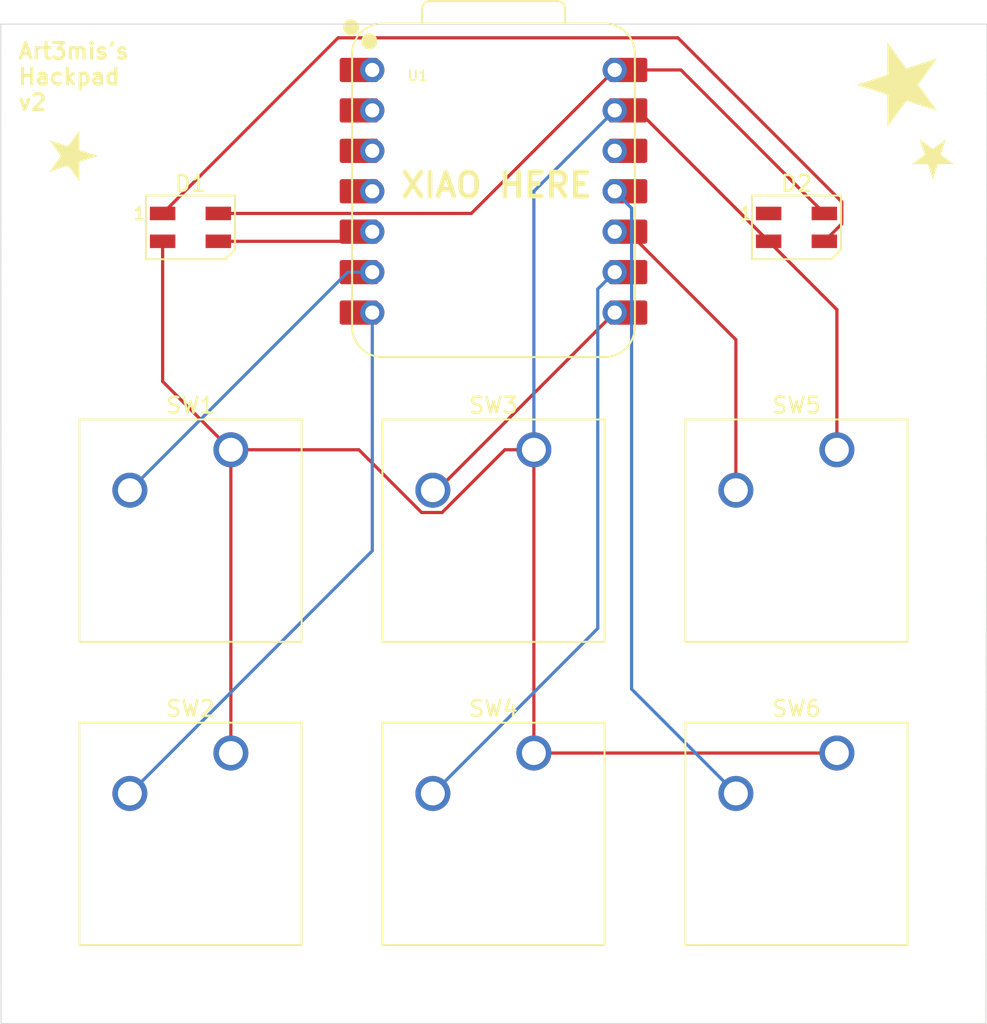
<source format=kicad_pcb>
(kicad_pcb (version 20241229) (generator "pcbnew") (generator_version "9.0")
  (layers (0 "F.Cu" signal) (2 "B.Cu" signal) (13 "F.Paste" user) (15 "B.Paste" user) (5 "F.SilkS" user "F.Silkscreen") (7 "B.SilkS" user "B.Silkscreen") (1 "F.Mask" user) (3 "B.Mask" user) (25 "Edge.Cuts" user))
  (net 0 "")
  (net 1 "GND")
  (net 2 "+5V")
  (net 3 "Net-(D1-DIN)")
  (net 4 "Net-(D1-DOUT)")
  (net 6 "Net-(U1-GPIO7{slash}SCL)")
  (net 7 "Net-(U1-GPIO0{slash}TX)")
  (net 8 "Net-(U1-GPIO1{slash}RX)")
  (net 9 "Net-(U1-GPIO2{slash}SCK)")
  (net 10 "Net-(U1-GPIO4{slash}MISO)")
  (net 11 "Net-(U1-GPIO3{slash}MOSI)")
  (footprint "Button_Switch_Keyboard:SW_Cherry_MX_1.00u_PCB" (layer "F.Cu") (at 202.565 87.78875)
    (property "Reference" "SW6" (at -2.54 -2.794 0) (layer "F.SilkS"))
    (property "Value" "SW_Push")
    (fp_line (start -9.525 -1.905) (end 4.445 -1.905) (stroke (width 0.12)) (layer "F.SilkS"))
    (fp_line (start -9.525 12.065) (end -9.525 -1.905) (stroke (width 0.12)) (layer "F.SilkS"))
    (fp_line (start 4.445 -1.905) (end 4.445 12.065) (stroke (width 0.12)) (layer "F.SilkS"))
    (fp_line (start 4.445 12.065) (end -9.525 12.065) (stroke (width 0.12)) (layer "F.SilkS"))
    (pad "" np_thru_hole circle (at -7.62 5.08) (size 1.7 1.7) (drill 1.7) (layers "*.Cu" "*.Mask"))
    (pad "" np_thru_hole circle (at -2.54 5.08) (size 4 4) (drill 4) (layers "*.Cu" "*.Mask"))
    (pad "" np_thru_hole circle (at 2.54 5.08) (size 1.7 1.7) (drill 1.7) (layers "*.Cu" "*.Mask"))
    (pad "1" thru_hole circle (at 0 0) (size 2.2 2.2) (drill 1.5) (layers "*.Cu" "*.Mask") (net 1 "GND"))
    (pad "2" thru_hole circle (at -6.35 2.54) (size 2.2 2.2) (drill 1.5) (layers "*.Cu" "*.Mask") (net 11 "Net-(U1-GPIO3{slash}MOSI)"))
  )
  (footprint "LED_SMD:LED_SK6812MINI_PLCC4_3.5x3.5mm_P1.75mm" (layer "F.Cu") (at 200.025 54.76875)
    (property "Reference" "D2" (at 0 -2.75 0) (layer "F.SilkS"))
    (property "Value" "SK6812MINI")
    (fp_line (start -2.8 -2) (end -2.8 2) (stroke (width 0.12)) (layer "F.SilkS"))
    (fp_line (start -2.8 -2) (end 2.8 -2) (stroke (width 0.12)) (layer "F.SilkS"))
    (fp_line (start -2.8 2) (end 2.2 2) (stroke (width 0.12)) (layer "F.SilkS"))
    (fp_line (start 2.8 1.4) (end 2.2 2) (stroke (width 0.12)) (layer "F.SilkS"))
    (fp_line (start 2.8 1.4) (end 2.8 -2) (stroke (width 0.12)) (layer "F.SilkS"))
    (fp_text user "1" (at -3.2 -0.875 0) (layer "F.SilkS") (effects (font (size 0.8 0.8))))
    (pad "1" smd rect (at -1.75 -0.875) (size 1.6 0.85) (layers "F.Cu" "F.Mask" "F.Paste"))
    (pad "2" smd rect (at -1.75 0.875) (size 1.6 0.85) (layers "F.Cu" "F.Mask" "F.Paste") (net 1 "GND"))
    (pad "3" smd rect (at 1.75 0.875) (size 1.6 0.85) (layers "F.Cu" "F.Mask" "F.Paste") (net 4 "Net-(D1-DOUT)"))
    (pad "4" smd rect (at 1.75 -0.875) (size 1.6 0.85) (layers "F.Cu" "F.Mask" "F.Paste") (net 2 "+5V"))
  )
  (footprint "Button_Switch_Keyboard:SW_Cherry_MX_1.00u_PCB" (layer "F.Cu") (at 183.515 87.78875)
    (property "Reference" "SW4" (at -2.54 -2.794 0) (layer "F.SilkS"))
    (property "Value" "SW_Push")
    (fp_line (start -9.525 -1.905) (end 4.445 -1.905) (stroke (width 0.12)) (layer "F.SilkS"))
    (fp_line (start -9.525 12.065) (end -9.525 -1.905) (stroke (width 0.12)) (layer "F.SilkS"))
    (fp_line (start 4.445 -1.905) (end 4.445 12.065) (stroke (width 0.12)) (layer "F.SilkS"))
    (fp_line (start 4.445 12.065) (end -9.525 12.065) (stroke (width 0.12)) (layer "F.SilkS"))
    (pad "" np_thru_hole circle (at -7.62 5.08) (size 1.7 1.7) (drill 1.7) (layers "*.Cu" "*.Mask"))
    (pad "" np_thru_hole circle (at -2.54 5.08) (size 4 4) (drill 4) (layers "*.Cu" "*.Mask"))
    (pad "" np_thru_hole circle (at 2.54 5.08) (size 1.7 1.7) (drill 1.7) (layers "*.Cu" "*.Mask"))
    (pad "1" thru_hole circle (at 0 0) (size 2.2 2.2) (drill 1.5) (layers "*.Cu" "*.Mask") (net 1 "GND"))
    (pad "2" thru_hole circle (at -6.35 2.54) (size 2.2 2.2) (drill 1.5) (layers "*.Cu" "*.Mask") (net 9 "Net-(U1-GPIO2{slash}SCK)"))
  )
  (footprint "Button_Switch_Keyboard:SW_Cherry_MX_1.00u_PCB" (layer "F.Cu") (at 164.465 68.73875)
    (property "Reference" "SW1" (at -2.54 -2.794 0) (layer "F.SilkS"))
    (property "Value" "SW_Push")
    (fp_line (start -9.525 -1.905) (end 4.445 -1.905) (stroke (width 0.12)) (layer "F.SilkS"))
    (fp_line (start -9.525 12.065) (end -9.525 -1.905) (stroke (width 0.12)) (layer "F.SilkS"))
    (fp_line (start 4.445 -1.905) (end 4.445 12.065) (stroke (width 0.12)) (layer "F.SilkS"))
    (fp_line (start 4.445 12.065) (end -9.525 12.065) (stroke (width 0.12)) (layer "F.SilkS"))
    (pad "" np_thru_hole circle (at -7.62 5.08) (size 1.7 1.7) (drill 1.7) (layers "*.Cu" "*.Mask"))
    (pad "" np_thru_hole circle (at -2.54 5.08) (size 4 4) (drill 4) (layers "*.Cu" "*.Mask"))
    (pad "" np_thru_hole circle (at 2.54 5.08) (size 1.7 1.7) (drill 1.7) (layers "*.Cu" "*.Mask"))
    (pad "1" thru_hole circle (at 0 0) (size 2.2 2.2) (drill 1.5) (layers "*.Cu" "*.Mask") (net 1 "GND"))
    (pad "2" thru_hole circle (at -6.35 2.54) (size 2.2 2.2) (drill 1.5) (layers "*.Cu" "*.Mask") (net 6 "Net-(U1-GPIO7{slash}SCL)"))
  )
  (footprint "Button_Switch_Keyboard:SW_Cherry_MX_1.00u_PCB" (layer "F.Cu") (at 202.565 68.73875)
    (property "Reference" "SW5" (at -2.54 -2.794 0) (layer "F.SilkS"))
    (property "Value" "SW_Push")
    (fp_line (start -9.525 -1.905) (end 4.445 -1.905) (stroke (width 0.12)) (layer "F.SilkS"))
    (fp_line (start -9.525 12.065) (end -9.525 -1.905) (stroke (width 0.12)) (layer "F.SilkS"))
    (fp_line (start 4.445 -1.905) (end 4.445 12.065) (stroke (width 0.12)) (layer "F.SilkS"))
    (fp_line (start 4.445 12.065) (end -9.525 12.065) (stroke (width 0.12)) (layer "F.SilkS"))
    (pad "" np_thru_hole circle (at -7.62 5.08) (size 1.7 1.7) (drill 1.7) (layers "*.Cu" "*.Mask"))
    (pad "" np_thru_hole circle (at -2.54 5.08) (size 4 4) (drill 4) (layers "*.Cu" "*.Mask"))
    (pad "" np_thru_hole circle (at 2.54 5.08) (size 1.7 1.7) (drill 1.7) (layers "*.Cu" "*.Mask"))
    (pad "1" thru_hole circle (at 0 0) (size 2.2 2.2) (drill 1.5) (layers "*.Cu" "*.Mask") (net 1 "GND"))
    (pad "2" thru_hole circle (at -6.35 2.54) (size 2.2 2.2) (drill 1.5) (layers "*.Cu" "*.Mask") (net 10 "Net-(U1-GPIO4{slash}MISO)"))
  )
  (footprint "Button_Switch_Keyboard:SW_Cherry_MX_1.00u_PCB" (layer "F.Cu") (at 164.465 87.78875)
    (property "Reference" "SW2" (at -2.54 -2.794 0) (layer "F.SilkS"))
    (property "Value" "SW_Push")
    (fp_line (start -9.525 -1.905) (end 4.445 -1.905) (stroke (width 0.12)) (layer "F.SilkS"))
    (fp_line (start -9.525 12.065) (end -9.525 -1.905) (stroke (width 0.12)) (layer "F.SilkS"))
    (fp_line (start 4.445 -1.905) (end 4.445 12.065) (stroke (width 0.12)) (layer "F.SilkS"))
    (fp_line (start 4.445 12.065) (end -9.525 12.065) (stroke (width 0.12)) (layer "F.SilkS"))
    (pad "" np_thru_hole circle (at -7.62 5.08) (size 1.7 1.7) (drill 1.7) (layers "*.Cu" "*.Mask"))
    (pad "" np_thru_hole circle (at -2.54 5.08) (size 4 4) (drill 4) (layers "*.Cu" "*.Mask"))
    (pad "" np_thru_hole circle (at 2.54 5.08) (size 1.7 1.7) (drill 1.7) (layers "*.Cu" "*.Mask"))
    (pad "1" thru_hole circle (at 0 0) (size 2.2 2.2) (drill 1.5) (layers "*.Cu" "*.Mask") (net 1 "GND"))
    (pad "2" thru_hole circle (at -6.35 2.54) (size 2.2 2.2) (drill 1.5) (layers "*.Cu" "*.Mask") (net 7 "Net-(U1-GPIO0{slash}TX)"))
  )
  (footprint "Button_Switch_Keyboard:SW_Cherry_MX_1.00u_PCB" (layer "F.Cu") (at 183.515 68.73875)
    (property "Reference" "SW3" (at -2.54 -2.794 0) (layer "F.SilkS"))
    (property "Value" "SW_Push")
    (fp_line (start -9.525 -1.905) (end 4.445 -1.905) (stroke (width 0.12)) (layer "F.SilkS"))
    (fp_line (start -9.525 12.065) (end -9.525 -1.905) (stroke (width 0.12)) (layer "F.SilkS"))
    (fp_line (start 4.445 -1.905) (end 4.445 12.065) (stroke (width 0.12)) (layer "F.SilkS"))
    (fp_line (start 4.445 12.065) (end -9.525 12.065) (stroke (width 0.12)) (layer "F.SilkS"))
    (pad "" np_thru_hole circle (at -7.62 5.08) (size 1.7 1.7) (drill 1.7) (layers "*.Cu" "*.Mask"))
    (pad "" np_thru_hole circle (at -2.54 5.08) (size 4 4) (drill 4) (layers "*.Cu" "*.Mask"))
    (pad "" np_thru_hole circle (at 2.54 5.08) (size 1.7 1.7) (drill 1.7) (layers "*.Cu" "*.Mask"))
    (pad "1" thru_hole circle (at 0 0) (size 2.2 2.2) (drill 1.5) (layers "*.Cu" "*.Mask") (net 1 "GND"))
    (pad "2" thru_hole circle (at -6.35 2.54) (size 2.2 2.2) (drill 1.5) (layers "*.Cu" "*.Mask") (net 8 "Net-(U1-GPIO1{slash}RX)"))
  )
  (footprint "LED_SMD:LED_SK6812MINI_PLCC4_3.5x3.5mm_P1.75mm" (layer "F.Cu") (at 161.925 54.76875)
    (property "Reference" "D1" (at 0 -2.75 0) (layer "F.SilkS"))
    (property "Value" "SK6812MINI")
    (fp_line (start -2.8 -2) (end -2.8 2) (stroke (width 0.12)) (layer "F.SilkS"))
    (fp_line (start -2.8 -2) (end 2.8 -2) (stroke (width 0.12)) (layer "F.SilkS"))
    (fp_line (start -2.8 2) (end 2.2 2) (stroke (width 0.12)) (layer "F.SilkS"))
    (fp_line (start 2.8 1.4) (end 2.2 2) (stroke (width 0.12)) (layer "F.SilkS"))
    (fp_line (start 2.8 1.4) (end 2.8 -2) (stroke (width 0.12)) (layer "F.SilkS"))
    (fp_text user "1" (at -3.2 -0.875 0) (layer "F.SilkS") (effects (font (size 0.8 0.8))))
    (pad "1" smd rect (at -1.75 -0.875) (size 1.6 0.85) (layers "F.Cu" "F.Mask" "F.Paste") (net 4 "Net-(D1-DOUT)"))
    (pad "2" smd rect (at -1.75 0.875) (size 1.6 0.85) (layers "F.Cu" "F.Mask" "F.Paste") (net 1 "GND"))
    (pad "3" smd rect (at 1.75 0.875) (size 1.6 0.85) (layers "F.Cu" "F.Mask" "F.Paste") (net 3 "Net-(D1-DIN)"))
    (pad "4" smd rect (at 1.75 -0.875) (size 1.6 0.85) (layers "F.Cu" "F.Mask" "F.Paste") (net 2 "+5V"))
  )
  (footprint "OPL:XIAO-RP2040-DIP" (layer "F.Cu") (at 180.975 52.5)
    (property "Reference" "U1" (at -4.7625 -7.25625 0) (layer "F.SilkS") (effects (font (size 0.635 0.635) (thickness 0.1016))))
    (property "Value" "XIAO-RP2040-DIP")
    (fp_line (start -8.89 8.509) (end -8.89 -8.636) (stroke (width 0.127)) (layer "F.SilkS"))
    (fp_line (start -6.985 10.414) (end 6.985 10.414) (stroke (width 0.127)) (layer "F.SilkS"))
    (fp_line (start -4.495 -10.541) (end -4.491272 -11.451272) (stroke (width 0.127)) (layer "F.SilkS"))
    (fp_line (start -3.991272 -11.951) (end 4.004 -11.951) (stroke (width 0.127)) (layer "F.SilkS"))
    (fp_line (start 4.504 -11.451) (end 4.504 -10.541) (stroke (width 0.127)) (layer "F.SilkS"))
    (fp_line (start 6.985 -10.541) (end -6.985 -10.541) (stroke (width 0.1)) (layer "F.SilkS"))
    (fp_line (start 6.985 -10.541) (end -6.985 -10.541) (stroke (width 0.127)) (layer "F.SilkS"))
    (fp_line (start 8.89 8.509) (end 8.89 -8.636) (stroke (width 0.127)) (layer "F.SilkS"))
    (fp_arc (start -8.89 -8.636) (mid -8.332038 -9.983038) (end -6.985 -10.541) (stroke (width 0.127)) (layer "F.SilkS"))
    (fp_arc (start -6.985 10.414) (mid -8.332038 9.856038) (end -8.89 8.509) (stroke (width 0.127)) (layer "F.SilkS"))
    (fp_arc (start -4.491272 -11.451272) (mid -4.344728 -11.80464) (end -3.991272 -11.951) (stroke (width 0.127)) (layer "F.SilkS"))
    (fp_arc (start 4.004 -11.951) (mid 4.357553 -11.804553) (end 4.504 -11.451) (stroke (width 0.127)) (layer "F.SilkS"))
    (fp_arc (start 6.985 -10.541) (mid 8.332038 -9.983038) (end 8.89 -8.636) (stroke (width 0.127)) (layer "F.SilkS"))
    (fp_arc (start 8.89 8.509) (mid 8.332038 9.856038) (end 6.985 10.414) (stroke (width 0.127)) (layer "F.SilkS"))
    (fp_circle (center -8.95 -10.3) (end -8.95 -10.554) (stroke (width 0.5)) (fill yes) (layer "F.SilkS"))
    (fp_circle (center -7.807 -9.42) (end -7.807 -9.674) (stroke (width 0.5)) (fill yes) (layer "F.SilkS"))
    (pad "1" smd roundrect (at -8.455 -7.62 180) (size 2.432 1.524) (layers "F.Cu" "F.Mask") (roundrect_rratio 0.1))
    (pad "1" thru_hole circle (at -7.62 -7.62 180) (size 1.524 1.524) (drill 0.889) (layers "*.Cu" "*.Mask"))
    (pad "2" smd roundrect (at -8.455 -5.08 180) (size 2.432 1.524) (layers "F.Cu" "F.Mask") (roundrect_rratio 0.1))
    (pad "2" thru_hole circle (at -7.62 -5.08 180) (size 1.524 1.524) (drill 0.889) (layers "*.Cu" "*.Mask"))
    (pad "3" smd roundrect (at -8.455 -2.54 180) (size 2.432 1.524) (layers "F.Cu" "F.Mask") (roundrect_rratio 0.1))
    (pad "3" thru_hole circle (at -7.62 -2.54 180) (size 1.524 1.524) (drill 0.889) (layers "*.Cu" "*.Mask"))
    (pad "4" smd roundrect (at -8.455 0 180) (size 2.432 1.524) (layers "F.Cu" "F.Mask") (roundrect_rratio 0.1))
    (pad "4" thru_hole circle (at -7.62 0 180) (size 1.524 1.524) (drill 0.889) (layers "*.Cu" "*.Mask"))
    (pad "5" smd roundrect (at -8.455 2.54 180) (size 2.432 1.524) (layers "F.Cu" "F.Mask") (roundrect_rratio 0.1) (net 3 "Net-(D1-DIN)"))
    (pad "5" thru_hole circle (at -7.62 2.54 180) (size 1.524 1.524) (drill 0.889) (layers "*.Cu" "*.Mask") (net 3 "Net-(D1-DIN)"))
    (pad "6" smd roundrect (at -8.455 5.08 180) (size 2.432 1.524) (layers "F.Cu" "F.Mask") (roundrect_rratio 0.1) (net 6 "Net-(U1-GPIO7{slash}SCL)"))
    (pad "6" thru_hole circle (at -7.62 5.08 180) (size 1.524 1.524) (drill 0.889) (layers "*.Cu" "*.Mask") (net 6 "Net-(U1-GPIO7{slash}SCL)"))
    (pad "7" smd roundrect (at -8.455 7.62 180) (size 2.432 1.524) (layers "F.Cu" "F.Mask") (roundrect_rratio 0.1) (net 7 "Net-(U1-GPIO0{slash}TX)"))
    (pad "7" thru_hole circle (at -7.62 7.62 180) (size 1.524 1.524) (drill 0.889) (layers "*.Cu" "*.Mask") (net 7 "Net-(U1-GPIO0{slash}TX)"))
    (pad "8" thru_hole circle (at 7.62 7.62) (size 1.524 1.524) (drill 0.889) (layers "*.Cu" "*.Mask") (net 8 "Net-(U1-GPIO1{slash}RX)"))
    (pad "8" smd roundrect (at 8.455 7.62) (size 2.432 1.524) (layers "F.Cu" "F.Mask") (roundrect_rratio 0.1) (net 8 "Net-(U1-GPIO1{slash}RX)"))
    (pad "9" thru_hole circle (at 7.62 5.08) (size 1.524 1.524) (drill 0.889) (layers "*.Cu" "*.Mask") (net 9 "Net-(U1-GPIO2{slash}SCK)"))
    (pad "9" smd roundrect (at 8.455 5.08) (size 2.432 1.524) (layers "F.Cu" "F.Mask") (roundrect_rratio 0.1) (net 9 "Net-(U1-GPIO2{slash}SCK)"))
    (pad "10" thru_hole circle (at 7.62 2.54) (size 1.524 1.524) (drill 0.889) (layers "*.Cu" "*.Mask") (net 10 "Net-(U1-GPIO4{slash}MISO)"))
    (pad "10" smd roundrect (at 8.455 2.54) (size 2.432 1.524) (layers "F.Cu" "F.Mask") (roundrect_rratio 0.1) (net 10 "Net-(U1-GPIO4{slash}MISO)"))
    (pad "11" thru_hole circle (at 7.62 0) (size 1.524 1.524) (drill 0.889) (layers "*.Cu" "*.Mask") (net 11 "Net-(U1-GPIO3{slash}MOSI)"))
    (pad "11" smd roundrect (at 8.455 0) (size 2.432 1.524) (layers "F.Cu" "F.Mask") (roundrect_rratio 0.1) (net 11 "Net-(U1-GPIO3{slash}MOSI)"))
    (pad "12" thru_hole circle (at 7.62 -2.54) (size 1.524 1.524) (drill 0.889) (layers "*.Cu" "*.Mask"))
    (pad "12" smd roundrect (at 8.455 -2.54) (size 2.432 1.524) (layers "F.Cu" "F.Mask") (roundrect_rratio 0.1))
    (pad "13" thru_hole circle (at 7.62 -5.08) (size 1.524 1.524) (drill 0.889) (layers "*.Cu" "*.Mask") (net 1 "GND"))
    (pad "13" smd roundrect (at 8.455 -5.08) (size 2.432 1.524) (layers "F.Cu" "F.Mask") (roundrect_rratio 0.1) (net 1 "GND"))
    (pad "14" thru_hole circle (at 7.62 -7.62) (size 1.524 1.524) (drill 0.889) (layers "*.Cu" "*.Mask") (net 2 "+5V"))
    (pad "14" smd roundrect (at 8.455 -7.62) (size 2.432 1.524) (layers "F.Cu" "F.Mask") (roundrect_rratio 0.1) (net 2 "+5V"))
  )
  (gr_poly (pts (xy 208.597083 51.761839) (xy 208.596967 51.761726) (xy 208.596871 51.761553) (xy 208.596794 51.761319) (xy 208.437339 51.278014) (xy 208.28 50.8) (xy 207.771294 50.800706) (xy 207.412034 50.80075) (xy 207.302734 50.800458) (xy 207.262589 50.8) (xy 207.673575 50.499786) (xy 207.963294 50.288075) (xy 208.051201 50.223214) (xy 208.075014 50.205358) (xy 208.08315 50.198867) (xy 207.923606 49.715826) (xy 207.767767 49.235431) (xy 207.799406 49.256961) (xy 207.884624 49.317451) (xy 208.163936 49.518005) (xy 208.577391 49.816103) (xy 208.595736 49.828803) (xy 208.612669 49.816456) (xy 209.4103 49.237547) (xy 209.410746 49.237307) (xy 209.410957 49.237206) (xy 209.411158 49.237117) (xy 209.411351 49.237041) (xy 209.411535 49.236977) (xy 209.411711 49.236925) (xy 209.411876 49.236886) (xy 209.412033 49.236859) (xy 209.41218 49.236844) (xy 209.412318 49.236842) (xy 209.412446 49.236853) (xy 209.412564 49.236875) (xy 209.412672 49.236911) (xy 209.41277 49.236958) (xy 209.412858 49.237018) (xy 209.412935 49.23709) (xy 209.413002 49.237175) (xy 209.413058 49.237272) (xy 209.413104 49.237382) (xy 209.413139 49.237504) (xy 209.413163 49.237638) (xy 209.413176 49.237785) (xy 209.413177 49.237944) (xy 209.413167 49.238116) (xy 209.413146 49.2383) (xy 209.413113 49.238496) (xy 209.413068 49.238705) (xy 209.413012 49.238926) (xy 209.412943 49.23916) (xy 209.412862 49.239406) (xy 209.412769 49.239664) (xy 209.259311 49.716972) (xy 209.105853 50.193928) (xy 209.105549 50.195749) (xy 209.10991 50.200427) (xy 209.1563 50.235864) (xy 209.565522 50.533653) (xy 209.922533 50.792944) (xy 209.692169 50.795061) (xy 209.186286 50.797883) (xy 208.910767 50.798236) (xy 208.905122 50.81517) (xy 208.756603 51.27625) (xy 208.605967 51.743681) (xy 208.605174 51.746003) (xy 208.604386 51.748201) (xy 208.603609 51.750266) (xy 208.602847 51.752191) (xy 208.602106 51.753968) (xy 208.60139 51.755587) (xy 208.600706 51.757041) (xy 208.600058 51.758321) (xy 208.599451 51.759419) (xy 208.59889 51.760327) (xy 208.598629 51.760707) (xy 208.598382 51.761037) (xy 208.598148 51.761315) (xy 208.59793 51.76154) (xy 208.597727 51.761711) (xy 208.59754 51.761828) (xy 208.59737 51.761889) (xy 208.597217 51.761893)) (fill yes) (layer "F.SilkS"))
  (gr_poly (pts (xy 203.812089 45.811594) (xy 203.812315 45.811362) (xy 203.812661 45.811169) (xy 203.813128 45.811017) (xy 204.779739 45.492106) (xy 205.735767 45.177428) (xy 205.734356 44.160017) (xy 205.734268 43.441496) (xy 205.734852 43.222895) (xy 205.735767 43.142605) (xy 206.336195 43.964578) (xy 206.759616 44.544015) (xy 206.889339 44.719831) (xy 206.925051 44.767456) (xy 206.938034 44.783728) (xy 207.904116 44.46464) (xy 208.864906 44.152961) (xy 208.821845 44.216241) (xy 208.700864 44.386676) (xy 208.299756 44.9453) (xy 207.703562 45.772211) (xy 207.678161 45.8089) (xy 207.702856 45.842767) (xy 208.860673 47.438028) (xy 208.861152 47.43892) (xy 208.861355 47.439341) (xy 208.861533 47.439745) (xy 208.861686 47.440131) (xy 208.861814 47.440499) (xy 208.861917 47.440849) (xy 208.861996 47.441181) (xy 208.862049 47.441494) (xy 208.862078 47.441788) (xy 208.862082 47.442063) (xy 208.862062 47.442319) (xy 208.862016 47.442555) (xy 208.861946 47.442771) (xy 208.861851 47.442967) (xy 208.861731 47.443143) (xy 208.861586 47.443298) (xy 208.861417 47.443432) (xy 208.861222 47.443545) (xy 208.861003 47.443636) (xy 208.860759 47.443706) (xy 208.860491 47.443754) (xy 208.860197 47.443779) (xy 208.859879 47.443782) (xy 208.859536 47.443763) (xy 208.859168 47.44372) (xy 208.858775 47.443654) (xy 208.858357 47.443565) (xy 208.857915 47.443452) (xy 208.857448 47.443314) (xy 208.856956 47.443153) (xy 208.856439 47.442967) (xy 207.901822 47.13605) (xy 206.947911 46.829133) (xy 206.944269 46.828527) (xy 206.934914 46.837247) (xy 206.864039 46.930028) (xy 206.268461 47.748472) (xy 205.749878 48.462494) (xy 205.745645 48.001767) (xy 205.74 46.99) (xy 205.739295 46.438961) (xy 205.705428 46.427672) (xy 204.783267 46.130633) (xy 203.848406 45.829361) (xy 203.843762 45.827775) (xy 203.839366 45.8262) (xy 203.835235 45.824645) (xy 203.831384 45.823121) (xy 203.827832 45.821639) (xy 203.824593 45.820208) (xy 203.821686 45.81884) (xy 203.819125 45.817543) (xy 203.816929 45.816329) (xy 203.815112 45.815209) (xy 203.814352 45.814686) (xy 203.813693 45.814191) (xy 203.813137 45.813725) (xy 203.812687 45.813288) (xy 203.812344 45.812882) (xy 203.812111 45.812508) (xy 203.81199 45.812168) (xy 203.811982 45.811863)) (fill yes) (layer "F.SilkS"))
  (gr_poly (pts (xy 156.094207 50.280224) (xy 156.094071 50.280363) (xy 156.093864 50.280478) (xy 156.093583 50.28057) (xy 155.513617 50.471917) (xy 154.94 50.660723) (xy 154.940847 51.27117) (xy 154.9409 51.702282) (xy 154.940549 51.833443) (xy 154.94 51.881617) (xy 154.579743 51.388433) (xy 154.32569 51.040771) (xy 154.247857 50.935282) (xy 154.226429 50.906707) (xy 154.21864 50.896943) (xy 153.638991 51.088396) (xy 153.062517 51.275403) (xy 153.088353 51.237436) (xy 153.160942 51.135174) (xy 153.401607 50.8) (xy 153.759323 50.303854) (xy 153.774563 50.28184) (xy 153.759747 50.26152) (xy 153.065056 49.304363) (xy 153.064769 49.303828) (xy 153.064647 49.303575) (xy 153.064541 49.303333) (xy 153.064449 49.303102) (xy 153.064372 49.302881) (xy 153.06431 49.302671) (xy 153.064263 49.302472) (xy 153.064231 49.302284) (xy 153.064213 49.302107) (xy 153.064211 49.301942) (xy 153.064223 49.301789) (xy 153.064251 49.301647) (xy 153.064293 49.301517) (xy 153.06435 49.3014) (xy 153.064422 49.301294) (xy 153.064509 49.301201) (xy 153.06461 49.301121) (xy 153.064727 49.301053) (xy 153.064858 49.300998) (xy 153.065005 49.300956) (xy 153.065166 49.300928) (xy 153.065342 49.300912) (xy 153.065533 49.300911) (xy 153.065739 49.300922) (xy 153.06596 49.300948) (xy 153.066195 49.300987) (xy 153.066446 49.301041) (xy 153.066711 49.301109) (xy 153.066991 49.301191) (xy 153.067287 49.301288) (xy 153.067597 49.3014) (xy 153.640367 49.48555) (xy 154.212713 49.6697) (xy 154.214899 49.670064) (xy 154.220512 49.664832) (xy 154.263037 49.609163) (xy 154.620383 49.118097) (xy 154.931533 48.689683) (xy 154.934073 48.96612) (xy 154.93746 49.57318) (xy 154.937883 49.903803) (xy 154.958203 49.910577) (xy 155.5115 50.0888) (xy 156.072417 50.269563) (xy 156.075203 50.270515) (xy 156.077841 50.27146) (xy 156.080319 50.272393) (xy 156.08263 50.273307) (xy 156.084761 50.274197) (xy 156.086704 50.275055) (xy 156.088449 50.275876) (xy 156.089985 50.276654) (xy 156.091303 50.277382) (xy 156.092393 50.278055) (xy 156.092849 50.278368) (xy 156.093244 50.278665) (xy 156.093578 50.278945) (xy 156.093848 50.279207) (xy 156.094054 50.279451) (xy 156.094194 50.279675) (xy 156.094266 50.279879) (xy 156.094271 50.280062)) (fill yes) (layer "F.SilkS"))
  (gr_line (start 211.93125 104.775) (end 212 42) (stroke (width 0.05)) (layer "Edge.Cuts"))
  (gr_line (start 150 42) (end 150.01875 104.775) (stroke (width 0.05)) (layer "Edge.Cuts"))
  (gr_line (start 211.93125 104.775) (end 150.01875 104.775) (stroke (width 0.05)) (layer "Edge.Cuts"))
  (gr_line (start 211.975 42) (end 149.975 42) (stroke (width 0.05)) (layer "Edge.Cuts"))
  (gr_text "XIAO HERE" (at 175 53 0) (layer "F.SilkS") (effects (font (size 1.5 1.5) (thickness 0.3) (bold yes)) (justify left bottom)))
  (gr_text "Art3mis's\nHackpad\nv2\n" (at 151 47.5 0) (layer "F.SilkS") (effects (font (size 1 1) (thickness 0.2) (bold yes)) (justify left bottom)))
  (segment (start 176.45447 72.67975) (end 177.745314 72.67975) (width 0.2) (layer "F.Cu") (net 1))
  (segment (start 164.465 68.73875) (end 172.51347 68.73875) (width 0.2) (layer "F.Cu") (net 1))
  (segment (start 198.275 55.64375) (end 190.05125 47.42) (width 0.2) (layer "F.Cu") (net 1))
  (segment (start 202.565 87.78875) (end 183.515 87.78875) (width 0.2) (layer "F.Cu") (net 1))
  (segment (start 190.05125 47.42) (end 188.595 47.42) (width 0.2) (layer "F.Cu") (net 1))
  (segment (start 202.565 59.93375) (end 198.275 55.64375) (width 0.2) (layer "F.Cu") (net 1))
  (segment (start 181.686314 68.73875) (end 183.515 68.73875) (width 0.2) (layer "F.Cu") (net 1))
  (segment (start 164.465 87.78875) (end 164.465 68.73875) (width 0.2) (layer "F.Cu") (net 1))
  (segment (start 172.51347 68.73875) (end 176.45447 72.67975) (width 0.2) (layer "F.Cu") (net 1))
  (segment (start 160.175 64.44875) (end 160.175 55.64375) (width 0.2) (layer "F.Cu") (net 1))
  (segment (start 202.565 68.73875) (end 202.565 59.93375) (width 0.2) (layer "F.Cu") (net 1))
  (segment (start 183.515 87.78875) (end 183.515 68.73875) (width 0.2) (layer "F.Cu") (net 1))
  (segment (start 177.745314 72.67975) (end 181.686314 68.73875) (width 0.2) (layer "F.Cu") (net 1))
  (segment (start 164.465 68.73875) (end 160.175 64.44875) (width 0.2) (layer "F.Cu") (net 1))
  (segment (start 183.515 52.5) (end 188.595 47.42) (width 0.2) (layer "B.Cu") (net 1))
  (segment (start 183.515 68.73875) (end 183.515 52.5) (width 0.2) (layer "B.Cu") (net 1))
  (segment (start 163.675 53.89375) (end 179.58125 53.89375) (width 0.2) (layer "F.Cu") (net 2))
  (segment (start 201.775 53.89375) (end 192.76125 44.88) (width 0.2) (layer "F.Cu") (net 2))
  (segment (start 179.58125 53.89375) (end 188.595 44.88) (width 0.2) (layer "F.Cu") (net 2))
  (segment (start 192.76125 44.88) (end 189.43 44.88) (width 0.2) (layer "F.Cu") (net 2))
  (segment (start 171.91625 55.64375) (end 172.52 55.04) (width 0.2) (layer "F.Cu") (net 3))
  (segment (start 163.675 55.64375) (end 171.91625 55.64375) (width 0.2) (layer "F.Cu") (net 3))
  (segment (start 202.876 53.16775) (end 192.57075 42.8625) (width 0.2) (layer "F.Cu") (net 4))
  (segment (start 192.57075 42.8625) (end 171.20625 42.8625) (width 0.2) (layer "F.Cu") (net 4))
  (segment (start 171.20625 42.8625) (end 160.175 53.89375) (width 0.2) (layer "F.Cu") (net 4))
  (segment (start 202.876 54.54275) (end 202.876 53.16775) (width 0.2) (layer "F.Cu") (net 4))
  (segment (start 201.775 55.64375) (end 202.876 54.54275) (width 0.2) (layer "F.Cu") (net 4))
  (segment (start 158.115 71.27875) (end 171.81375 57.58) (width 0.2) (layer "B.Cu") (net 6))
  (segment (start 171.81375 57.58) (end 173.355 57.58) (width 0.2) (layer "B.Cu") (net 6))
  (segment (start 158.115 90.32875) (end 173.355 75.08875) (width 0.2) (layer "B.Cu") (net 7))
  (segment (start 173.355 75.08875) (end 173.355 60.12) (width 0.2) (layer "B.Cu") (net 7))
  (segment (start 177.165 71.27875) (end 177.43625 71.27875) (width 0.2) (layer "F.Cu") (net 8))
  (segment (start 177.43625 71.27875) (end 188.595 60.12) (width 0.2) (layer "F.Cu") (net 8))
  (segment (start 187.532 79.96175) (end 187.532 58.643) (width 0.2) (layer "B.Cu") (net 9))
  (segment (start 187.532 58.643) (end 188.595 57.58) (width 0.2) (layer "B.Cu") (net 9))
  (segment (start 177.165 90.32875) (end 187.532 79.96175) (width 0.2) (layer "B.Cu") (net 9))
  (segment (start 196.215 61.825) (end 189.43 55.04) (width 0.2) (layer "F.Cu") (net 10))
  (segment (start 196.215 71.27875) (end 196.215 61.825) (width 0.2) (layer "F.Cu") (net 10))
  (segment (start 196.215 90.32875) (end 189.658 83.77175) (width 0.2) (layer "B.Cu") (net 11))
  (segment (start 189.658 53.563) (end 188.595 52.5) (width 0.2) (layer "B.Cu") (net 11))
  (segment (start 189.658 83.77175) (end 189.658 53.563) (width 0.2) (layer "B.Cu") (net 11))
)
</source>
